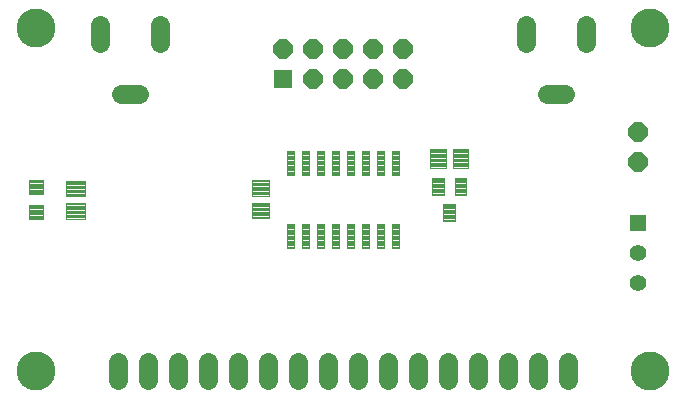
<source format=gts>
G75*
G70*
%OFA0B0*%
%FSLAX24Y24*%
%IPPOS*%
%LPD*%
%AMOC8*
5,1,8,0,0,1.08239X$1,22.5*
%
%ADD10C,0.0041*%
%ADD11C,0.0044*%
%ADD12C,0.0640*%
%ADD13C,0.0042*%
%ADD14OC8,0.0640*%
%ADD15R,0.0640X0.0640*%
%ADD16C,0.0043*%
%ADD17R,0.0555X0.0555*%
%ADD18C,0.0555*%
%ADD19C,0.1300*%
D10*
X005733Y010051D02*
X006205Y010051D01*
X005733Y010051D02*
X005733Y010523D01*
X006205Y010523D01*
X006205Y010051D01*
X006205Y010091D02*
X005733Y010091D01*
X005733Y010131D02*
X006205Y010131D01*
X006205Y010171D02*
X005733Y010171D01*
X005733Y010211D02*
X006205Y010211D01*
X006205Y010251D02*
X005733Y010251D01*
X005733Y010291D02*
X006205Y010291D01*
X006205Y010331D02*
X005733Y010331D01*
X005733Y010371D02*
X006205Y010371D01*
X006205Y010411D02*
X005733Y010411D01*
X005733Y010451D02*
X006205Y010451D01*
X006205Y010491D02*
X005733Y010491D01*
X005733Y010878D02*
X006205Y010878D01*
X005733Y010878D02*
X005733Y011350D01*
X006205Y011350D01*
X006205Y010878D01*
X006205Y010918D02*
X005733Y010918D01*
X005733Y010958D02*
X006205Y010958D01*
X006205Y010998D02*
X005733Y010998D01*
X005733Y011038D02*
X006205Y011038D01*
X006205Y011078D02*
X005733Y011078D01*
X005733Y011118D02*
X006205Y011118D01*
X006205Y011158D02*
X005733Y011158D01*
X005733Y011198D02*
X006205Y011198D01*
X006205Y011238D02*
X005733Y011238D01*
X005733Y011278D02*
X006205Y011278D01*
X006205Y011318D02*
X005733Y011318D01*
D11*
X007597Y011328D02*
X007597Y010820D01*
X006971Y010820D01*
X006971Y011328D01*
X007597Y011328D01*
X007597Y010863D02*
X006971Y010863D01*
X006971Y010906D02*
X007597Y010906D01*
X007597Y010949D02*
X006971Y010949D01*
X006971Y010992D02*
X007597Y010992D01*
X007597Y011035D02*
X006971Y011035D01*
X006971Y011078D02*
X007597Y011078D01*
X007597Y011121D02*
X006971Y011121D01*
X006971Y011164D02*
X007597Y011164D01*
X007597Y011207D02*
X006971Y011207D01*
X006971Y011250D02*
X007597Y011250D01*
X007597Y011293D02*
X006971Y011293D01*
X007597Y010580D02*
X007597Y010072D01*
X006971Y010072D01*
X006971Y010580D01*
X007597Y010580D01*
X007597Y010115D02*
X006971Y010115D01*
X006971Y010158D02*
X007597Y010158D01*
X007597Y010201D02*
X006971Y010201D01*
X006971Y010244D02*
X007597Y010244D01*
X007597Y010287D02*
X006971Y010287D01*
X006971Y010330D02*
X007597Y010330D01*
X007597Y010373D02*
X006971Y010373D01*
X006971Y010416D02*
X007597Y010416D01*
X007597Y010459D02*
X006971Y010459D01*
X006971Y010502D02*
X007597Y010502D01*
X007597Y010545D02*
X006971Y010545D01*
X013162Y010596D02*
X013162Y010088D01*
X013162Y010596D02*
X013748Y010596D01*
X013748Y010088D01*
X013162Y010088D01*
X013162Y010131D02*
X013748Y010131D01*
X013748Y010174D02*
X013162Y010174D01*
X013162Y010217D02*
X013748Y010217D01*
X013748Y010260D02*
X013162Y010260D01*
X013162Y010303D02*
X013748Y010303D01*
X013748Y010346D02*
X013162Y010346D01*
X013162Y010389D02*
X013748Y010389D01*
X013748Y010432D02*
X013162Y010432D01*
X013162Y010475D02*
X013748Y010475D01*
X013748Y010518D02*
X013162Y010518D01*
X013162Y010561D02*
X013748Y010561D01*
X013162Y010836D02*
X013162Y011344D01*
X013748Y011344D01*
X013748Y010836D01*
X013162Y010836D01*
X013162Y010879D02*
X013748Y010879D01*
X013748Y010922D02*
X013162Y010922D01*
X013162Y010965D02*
X013748Y010965D01*
X013748Y011008D02*
X013162Y011008D01*
X013162Y011051D02*
X013748Y011051D01*
X013748Y011094D02*
X013162Y011094D01*
X013162Y011137D02*
X013748Y011137D01*
X013748Y011180D02*
X013162Y011180D01*
X013162Y011223D02*
X013748Y011223D01*
X013748Y011266D02*
X013162Y011266D01*
X013162Y011309D02*
X013748Y011309D01*
X019121Y012391D02*
X019629Y012391D01*
X019629Y011765D01*
X019121Y011765D01*
X019121Y012391D01*
X019121Y011808D02*
X019629Y011808D01*
X019629Y011851D02*
X019121Y011851D01*
X019121Y011894D02*
X019629Y011894D01*
X019629Y011937D02*
X019121Y011937D01*
X019121Y011980D02*
X019629Y011980D01*
X019629Y012023D02*
X019121Y012023D01*
X019121Y012066D02*
X019629Y012066D01*
X019629Y012109D02*
X019121Y012109D01*
X019121Y012152D02*
X019629Y012152D01*
X019629Y012195D02*
X019121Y012195D01*
X019121Y012238D02*
X019629Y012238D01*
X019629Y012281D02*
X019121Y012281D01*
X019121Y012324D02*
X019629Y012324D01*
X019629Y012367D02*
X019121Y012367D01*
X019869Y012391D02*
X020377Y012391D01*
X020377Y011765D01*
X019869Y011765D01*
X019869Y012391D01*
X019869Y011808D02*
X020377Y011808D01*
X020377Y011851D02*
X019869Y011851D01*
X019869Y011894D02*
X020377Y011894D01*
X020377Y011937D02*
X019869Y011937D01*
X019869Y011980D02*
X020377Y011980D01*
X020377Y012023D02*
X019869Y012023D01*
X019869Y012066D02*
X020377Y012066D01*
X020377Y012109D02*
X019869Y012109D01*
X019869Y012152D02*
X020377Y012152D01*
X020377Y012195D02*
X019869Y012195D01*
X019869Y012238D02*
X020377Y012238D01*
X020377Y012281D02*
X019869Y012281D01*
X019869Y012324D02*
X020377Y012324D01*
X020377Y012367D02*
X019869Y012367D01*
D12*
X022992Y014228D02*
X023592Y014228D01*
X024292Y015928D02*
X024292Y016528D01*
X022292Y016528D02*
X022292Y015928D01*
X010119Y015928D02*
X010119Y016528D01*
X008119Y016528D02*
X008119Y015928D01*
X008819Y014228D02*
X009419Y014228D01*
X009705Y005291D02*
X009705Y004691D01*
X008705Y004691D02*
X008705Y005291D01*
X010705Y005291D02*
X010705Y004691D01*
X011705Y004691D02*
X011705Y005291D01*
X012705Y005291D02*
X012705Y004691D01*
X013705Y004691D02*
X013705Y005291D01*
X014705Y005291D02*
X014705Y004691D01*
X015705Y004691D02*
X015705Y005291D01*
X016705Y005291D02*
X016705Y004691D01*
X017705Y004691D02*
X017705Y005291D01*
X018705Y005291D02*
X018705Y004691D01*
X019705Y004691D02*
X019705Y005291D01*
X020705Y005291D02*
X020705Y004691D01*
X021705Y004691D02*
X021705Y005291D01*
X022705Y005291D02*
X022705Y004691D01*
X023705Y004691D02*
X023705Y005291D01*
D13*
X018084Y009091D02*
X017826Y009091D01*
X017826Y009889D01*
X018084Y009889D01*
X018084Y009091D01*
X018084Y009132D02*
X017826Y009132D01*
X017826Y009173D02*
X018084Y009173D01*
X018084Y009214D02*
X017826Y009214D01*
X017826Y009255D02*
X018084Y009255D01*
X018084Y009296D02*
X017826Y009296D01*
X017826Y009337D02*
X018084Y009337D01*
X018084Y009378D02*
X017826Y009378D01*
X017826Y009419D02*
X018084Y009419D01*
X018084Y009460D02*
X017826Y009460D01*
X017826Y009501D02*
X018084Y009501D01*
X018084Y009542D02*
X017826Y009542D01*
X017826Y009583D02*
X018084Y009583D01*
X018084Y009624D02*
X017826Y009624D01*
X017826Y009665D02*
X018084Y009665D01*
X018084Y009706D02*
X017826Y009706D01*
X017826Y009747D02*
X018084Y009747D01*
X018084Y009788D02*
X017826Y009788D01*
X017826Y009829D02*
X018084Y009829D01*
X018084Y009870D02*
X017826Y009870D01*
X017584Y009091D02*
X017326Y009091D01*
X017326Y009889D01*
X017584Y009889D01*
X017584Y009091D01*
X017584Y009132D02*
X017326Y009132D01*
X017326Y009173D02*
X017584Y009173D01*
X017584Y009214D02*
X017326Y009214D01*
X017326Y009255D02*
X017584Y009255D01*
X017584Y009296D02*
X017326Y009296D01*
X017326Y009337D02*
X017584Y009337D01*
X017584Y009378D02*
X017326Y009378D01*
X017326Y009419D02*
X017584Y009419D01*
X017584Y009460D02*
X017326Y009460D01*
X017326Y009501D02*
X017584Y009501D01*
X017584Y009542D02*
X017326Y009542D01*
X017326Y009583D02*
X017584Y009583D01*
X017584Y009624D02*
X017326Y009624D01*
X017326Y009665D02*
X017584Y009665D01*
X017584Y009706D02*
X017326Y009706D01*
X017326Y009747D02*
X017584Y009747D01*
X017584Y009788D02*
X017326Y009788D01*
X017326Y009829D02*
X017584Y009829D01*
X017584Y009870D02*
X017326Y009870D01*
X017084Y009091D02*
X016826Y009091D01*
X016826Y009889D01*
X017084Y009889D01*
X017084Y009091D01*
X017084Y009132D02*
X016826Y009132D01*
X016826Y009173D02*
X017084Y009173D01*
X017084Y009214D02*
X016826Y009214D01*
X016826Y009255D02*
X017084Y009255D01*
X017084Y009296D02*
X016826Y009296D01*
X016826Y009337D02*
X017084Y009337D01*
X017084Y009378D02*
X016826Y009378D01*
X016826Y009419D02*
X017084Y009419D01*
X017084Y009460D02*
X016826Y009460D01*
X016826Y009501D02*
X017084Y009501D01*
X017084Y009542D02*
X016826Y009542D01*
X016826Y009583D02*
X017084Y009583D01*
X017084Y009624D02*
X016826Y009624D01*
X016826Y009665D02*
X017084Y009665D01*
X017084Y009706D02*
X016826Y009706D01*
X016826Y009747D02*
X017084Y009747D01*
X017084Y009788D02*
X016826Y009788D01*
X016826Y009829D02*
X017084Y009829D01*
X017084Y009870D02*
X016826Y009870D01*
X016584Y009091D02*
X016326Y009091D01*
X016326Y009889D01*
X016584Y009889D01*
X016584Y009091D01*
X016584Y009132D02*
X016326Y009132D01*
X016326Y009173D02*
X016584Y009173D01*
X016584Y009214D02*
X016326Y009214D01*
X016326Y009255D02*
X016584Y009255D01*
X016584Y009296D02*
X016326Y009296D01*
X016326Y009337D02*
X016584Y009337D01*
X016584Y009378D02*
X016326Y009378D01*
X016326Y009419D02*
X016584Y009419D01*
X016584Y009460D02*
X016326Y009460D01*
X016326Y009501D02*
X016584Y009501D01*
X016584Y009542D02*
X016326Y009542D01*
X016326Y009583D02*
X016584Y009583D01*
X016584Y009624D02*
X016326Y009624D01*
X016326Y009665D02*
X016584Y009665D01*
X016584Y009706D02*
X016326Y009706D01*
X016326Y009747D02*
X016584Y009747D01*
X016584Y009788D02*
X016326Y009788D01*
X016326Y009829D02*
X016584Y009829D01*
X016584Y009870D02*
X016326Y009870D01*
X016084Y009091D02*
X015826Y009091D01*
X015826Y009889D01*
X016084Y009889D01*
X016084Y009091D01*
X016084Y009132D02*
X015826Y009132D01*
X015826Y009173D02*
X016084Y009173D01*
X016084Y009214D02*
X015826Y009214D01*
X015826Y009255D02*
X016084Y009255D01*
X016084Y009296D02*
X015826Y009296D01*
X015826Y009337D02*
X016084Y009337D01*
X016084Y009378D02*
X015826Y009378D01*
X015826Y009419D02*
X016084Y009419D01*
X016084Y009460D02*
X015826Y009460D01*
X015826Y009501D02*
X016084Y009501D01*
X016084Y009542D02*
X015826Y009542D01*
X015826Y009583D02*
X016084Y009583D01*
X016084Y009624D02*
X015826Y009624D01*
X015826Y009665D02*
X016084Y009665D01*
X016084Y009706D02*
X015826Y009706D01*
X015826Y009747D02*
X016084Y009747D01*
X016084Y009788D02*
X015826Y009788D01*
X015826Y009829D02*
X016084Y009829D01*
X016084Y009870D02*
X015826Y009870D01*
X015584Y009091D02*
X015326Y009091D01*
X015326Y009889D01*
X015584Y009889D01*
X015584Y009091D01*
X015584Y009132D02*
X015326Y009132D01*
X015326Y009173D02*
X015584Y009173D01*
X015584Y009214D02*
X015326Y009214D01*
X015326Y009255D02*
X015584Y009255D01*
X015584Y009296D02*
X015326Y009296D01*
X015326Y009337D02*
X015584Y009337D01*
X015584Y009378D02*
X015326Y009378D01*
X015326Y009419D02*
X015584Y009419D01*
X015584Y009460D02*
X015326Y009460D01*
X015326Y009501D02*
X015584Y009501D01*
X015584Y009542D02*
X015326Y009542D01*
X015326Y009583D02*
X015584Y009583D01*
X015584Y009624D02*
X015326Y009624D01*
X015326Y009665D02*
X015584Y009665D01*
X015584Y009706D02*
X015326Y009706D01*
X015326Y009747D02*
X015584Y009747D01*
X015584Y009788D02*
X015326Y009788D01*
X015326Y009829D02*
X015584Y009829D01*
X015584Y009870D02*
X015326Y009870D01*
X015084Y009091D02*
X014826Y009091D01*
X014826Y009889D01*
X015084Y009889D01*
X015084Y009091D01*
X015084Y009132D02*
X014826Y009132D01*
X014826Y009173D02*
X015084Y009173D01*
X015084Y009214D02*
X014826Y009214D01*
X014826Y009255D02*
X015084Y009255D01*
X015084Y009296D02*
X014826Y009296D01*
X014826Y009337D02*
X015084Y009337D01*
X015084Y009378D02*
X014826Y009378D01*
X014826Y009419D02*
X015084Y009419D01*
X015084Y009460D02*
X014826Y009460D01*
X014826Y009501D02*
X015084Y009501D01*
X015084Y009542D02*
X014826Y009542D01*
X014826Y009583D02*
X015084Y009583D01*
X015084Y009624D02*
X014826Y009624D01*
X014826Y009665D02*
X015084Y009665D01*
X015084Y009706D02*
X014826Y009706D01*
X014826Y009747D02*
X015084Y009747D01*
X015084Y009788D02*
X014826Y009788D01*
X014826Y009829D02*
X015084Y009829D01*
X015084Y009870D02*
X014826Y009870D01*
X014584Y009091D02*
X014326Y009091D01*
X014326Y009889D01*
X014584Y009889D01*
X014584Y009091D01*
X014584Y009132D02*
X014326Y009132D01*
X014326Y009173D02*
X014584Y009173D01*
X014584Y009214D02*
X014326Y009214D01*
X014326Y009255D02*
X014584Y009255D01*
X014584Y009296D02*
X014326Y009296D01*
X014326Y009337D02*
X014584Y009337D01*
X014584Y009378D02*
X014326Y009378D01*
X014326Y009419D02*
X014584Y009419D01*
X014584Y009460D02*
X014326Y009460D01*
X014326Y009501D02*
X014584Y009501D01*
X014584Y009542D02*
X014326Y009542D01*
X014326Y009583D02*
X014584Y009583D01*
X014584Y009624D02*
X014326Y009624D01*
X014326Y009665D02*
X014584Y009665D01*
X014584Y009706D02*
X014326Y009706D01*
X014326Y009747D02*
X014584Y009747D01*
X014584Y009788D02*
X014326Y009788D01*
X014326Y009829D02*
X014584Y009829D01*
X014584Y009870D02*
X014326Y009870D01*
X014326Y011511D02*
X014584Y011511D01*
X014326Y011511D02*
X014326Y012309D01*
X014584Y012309D01*
X014584Y011511D01*
X014584Y011552D02*
X014326Y011552D01*
X014326Y011593D02*
X014584Y011593D01*
X014584Y011634D02*
X014326Y011634D01*
X014326Y011675D02*
X014584Y011675D01*
X014584Y011716D02*
X014326Y011716D01*
X014326Y011757D02*
X014584Y011757D01*
X014584Y011798D02*
X014326Y011798D01*
X014326Y011839D02*
X014584Y011839D01*
X014584Y011880D02*
X014326Y011880D01*
X014326Y011921D02*
X014584Y011921D01*
X014584Y011962D02*
X014326Y011962D01*
X014326Y012003D02*
X014584Y012003D01*
X014584Y012044D02*
X014326Y012044D01*
X014326Y012085D02*
X014584Y012085D01*
X014584Y012126D02*
X014326Y012126D01*
X014326Y012167D02*
X014584Y012167D01*
X014584Y012208D02*
X014326Y012208D01*
X014326Y012249D02*
X014584Y012249D01*
X014584Y012290D02*
X014326Y012290D01*
X014826Y011511D02*
X015084Y011511D01*
X014826Y011511D02*
X014826Y012309D01*
X015084Y012309D01*
X015084Y011511D01*
X015084Y011552D02*
X014826Y011552D01*
X014826Y011593D02*
X015084Y011593D01*
X015084Y011634D02*
X014826Y011634D01*
X014826Y011675D02*
X015084Y011675D01*
X015084Y011716D02*
X014826Y011716D01*
X014826Y011757D02*
X015084Y011757D01*
X015084Y011798D02*
X014826Y011798D01*
X014826Y011839D02*
X015084Y011839D01*
X015084Y011880D02*
X014826Y011880D01*
X014826Y011921D02*
X015084Y011921D01*
X015084Y011962D02*
X014826Y011962D01*
X014826Y012003D02*
X015084Y012003D01*
X015084Y012044D02*
X014826Y012044D01*
X014826Y012085D02*
X015084Y012085D01*
X015084Y012126D02*
X014826Y012126D01*
X014826Y012167D02*
X015084Y012167D01*
X015084Y012208D02*
X014826Y012208D01*
X014826Y012249D02*
X015084Y012249D01*
X015084Y012290D02*
X014826Y012290D01*
X015326Y011511D02*
X015584Y011511D01*
X015326Y011511D02*
X015326Y012309D01*
X015584Y012309D01*
X015584Y011511D01*
X015584Y011552D02*
X015326Y011552D01*
X015326Y011593D02*
X015584Y011593D01*
X015584Y011634D02*
X015326Y011634D01*
X015326Y011675D02*
X015584Y011675D01*
X015584Y011716D02*
X015326Y011716D01*
X015326Y011757D02*
X015584Y011757D01*
X015584Y011798D02*
X015326Y011798D01*
X015326Y011839D02*
X015584Y011839D01*
X015584Y011880D02*
X015326Y011880D01*
X015326Y011921D02*
X015584Y011921D01*
X015584Y011962D02*
X015326Y011962D01*
X015326Y012003D02*
X015584Y012003D01*
X015584Y012044D02*
X015326Y012044D01*
X015326Y012085D02*
X015584Y012085D01*
X015584Y012126D02*
X015326Y012126D01*
X015326Y012167D02*
X015584Y012167D01*
X015584Y012208D02*
X015326Y012208D01*
X015326Y012249D02*
X015584Y012249D01*
X015584Y012290D02*
X015326Y012290D01*
X015826Y011511D02*
X016084Y011511D01*
X015826Y011511D02*
X015826Y012309D01*
X016084Y012309D01*
X016084Y011511D01*
X016084Y011552D02*
X015826Y011552D01*
X015826Y011593D02*
X016084Y011593D01*
X016084Y011634D02*
X015826Y011634D01*
X015826Y011675D02*
X016084Y011675D01*
X016084Y011716D02*
X015826Y011716D01*
X015826Y011757D02*
X016084Y011757D01*
X016084Y011798D02*
X015826Y011798D01*
X015826Y011839D02*
X016084Y011839D01*
X016084Y011880D02*
X015826Y011880D01*
X015826Y011921D02*
X016084Y011921D01*
X016084Y011962D02*
X015826Y011962D01*
X015826Y012003D02*
X016084Y012003D01*
X016084Y012044D02*
X015826Y012044D01*
X015826Y012085D02*
X016084Y012085D01*
X016084Y012126D02*
X015826Y012126D01*
X015826Y012167D02*
X016084Y012167D01*
X016084Y012208D02*
X015826Y012208D01*
X015826Y012249D02*
X016084Y012249D01*
X016084Y012290D02*
X015826Y012290D01*
X016326Y011511D02*
X016584Y011511D01*
X016326Y011511D02*
X016326Y012309D01*
X016584Y012309D01*
X016584Y011511D01*
X016584Y011552D02*
X016326Y011552D01*
X016326Y011593D02*
X016584Y011593D01*
X016584Y011634D02*
X016326Y011634D01*
X016326Y011675D02*
X016584Y011675D01*
X016584Y011716D02*
X016326Y011716D01*
X016326Y011757D02*
X016584Y011757D01*
X016584Y011798D02*
X016326Y011798D01*
X016326Y011839D02*
X016584Y011839D01*
X016584Y011880D02*
X016326Y011880D01*
X016326Y011921D02*
X016584Y011921D01*
X016584Y011962D02*
X016326Y011962D01*
X016326Y012003D02*
X016584Y012003D01*
X016584Y012044D02*
X016326Y012044D01*
X016326Y012085D02*
X016584Y012085D01*
X016584Y012126D02*
X016326Y012126D01*
X016326Y012167D02*
X016584Y012167D01*
X016584Y012208D02*
X016326Y012208D01*
X016326Y012249D02*
X016584Y012249D01*
X016584Y012290D02*
X016326Y012290D01*
X016826Y011511D02*
X017084Y011511D01*
X016826Y011511D02*
X016826Y012309D01*
X017084Y012309D01*
X017084Y011511D01*
X017084Y011552D02*
X016826Y011552D01*
X016826Y011593D02*
X017084Y011593D01*
X017084Y011634D02*
X016826Y011634D01*
X016826Y011675D02*
X017084Y011675D01*
X017084Y011716D02*
X016826Y011716D01*
X016826Y011757D02*
X017084Y011757D01*
X017084Y011798D02*
X016826Y011798D01*
X016826Y011839D02*
X017084Y011839D01*
X017084Y011880D02*
X016826Y011880D01*
X016826Y011921D02*
X017084Y011921D01*
X017084Y011962D02*
X016826Y011962D01*
X016826Y012003D02*
X017084Y012003D01*
X017084Y012044D02*
X016826Y012044D01*
X016826Y012085D02*
X017084Y012085D01*
X017084Y012126D02*
X016826Y012126D01*
X016826Y012167D02*
X017084Y012167D01*
X017084Y012208D02*
X016826Y012208D01*
X016826Y012249D02*
X017084Y012249D01*
X017084Y012290D02*
X016826Y012290D01*
X017326Y011511D02*
X017584Y011511D01*
X017326Y011511D02*
X017326Y012309D01*
X017584Y012309D01*
X017584Y011511D01*
X017584Y011552D02*
X017326Y011552D01*
X017326Y011593D02*
X017584Y011593D01*
X017584Y011634D02*
X017326Y011634D01*
X017326Y011675D02*
X017584Y011675D01*
X017584Y011716D02*
X017326Y011716D01*
X017326Y011757D02*
X017584Y011757D01*
X017584Y011798D02*
X017326Y011798D01*
X017326Y011839D02*
X017584Y011839D01*
X017584Y011880D02*
X017326Y011880D01*
X017326Y011921D02*
X017584Y011921D01*
X017584Y011962D02*
X017326Y011962D01*
X017326Y012003D02*
X017584Y012003D01*
X017584Y012044D02*
X017326Y012044D01*
X017326Y012085D02*
X017584Y012085D01*
X017584Y012126D02*
X017326Y012126D01*
X017326Y012167D02*
X017584Y012167D01*
X017584Y012208D02*
X017326Y012208D01*
X017326Y012249D02*
X017584Y012249D01*
X017584Y012290D02*
X017326Y012290D01*
X017826Y011511D02*
X018084Y011511D01*
X017826Y011511D02*
X017826Y012309D01*
X018084Y012309D01*
X018084Y011511D01*
X018084Y011552D02*
X017826Y011552D01*
X017826Y011593D02*
X018084Y011593D01*
X018084Y011634D02*
X017826Y011634D01*
X017826Y011675D02*
X018084Y011675D01*
X018084Y011716D02*
X017826Y011716D01*
X017826Y011757D02*
X018084Y011757D01*
X018084Y011798D02*
X017826Y011798D01*
X017826Y011839D02*
X018084Y011839D01*
X018084Y011880D02*
X017826Y011880D01*
X017826Y011921D02*
X018084Y011921D01*
X018084Y011962D02*
X017826Y011962D01*
X017826Y012003D02*
X018084Y012003D01*
X018084Y012044D02*
X017826Y012044D01*
X017826Y012085D02*
X018084Y012085D01*
X018084Y012126D02*
X017826Y012126D01*
X017826Y012167D02*
X018084Y012167D01*
X018084Y012208D02*
X017826Y012208D01*
X017826Y012249D02*
X018084Y012249D01*
X018084Y012290D02*
X017826Y012290D01*
D14*
X018205Y014728D03*
X017205Y014728D03*
X016205Y014728D03*
X015205Y014728D03*
X015205Y015728D03*
X016205Y015728D03*
X017205Y015728D03*
X018205Y015728D03*
X014205Y015728D03*
X026048Y012972D03*
X026048Y011972D03*
D15*
X014205Y014728D03*
D16*
X019179Y011407D02*
X019571Y011407D01*
X019571Y010859D01*
X019179Y010859D01*
X019179Y011407D01*
X019179Y010901D02*
X019571Y010901D01*
X019571Y010943D02*
X019179Y010943D01*
X019179Y010985D02*
X019571Y010985D01*
X019571Y011027D02*
X019179Y011027D01*
X019179Y011069D02*
X019571Y011069D01*
X019571Y011111D02*
X019179Y011111D01*
X019179Y011153D02*
X019571Y011153D01*
X019571Y011195D02*
X019179Y011195D01*
X019179Y011237D02*
X019571Y011237D01*
X019571Y011279D02*
X019179Y011279D01*
X019179Y011321D02*
X019571Y011321D01*
X019571Y011363D02*
X019179Y011363D01*
X019179Y011405D02*
X019571Y011405D01*
X019927Y011407D02*
X020319Y011407D01*
X020319Y010859D01*
X019927Y010859D01*
X019927Y011407D01*
X019927Y010901D02*
X020319Y010901D01*
X020319Y010943D02*
X019927Y010943D01*
X019927Y010985D02*
X020319Y010985D01*
X020319Y011027D02*
X019927Y011027D01*
X019927Y011069D02*
X020319Y011069D01*
X020319Y011111D02*
X019927Y011111D01*
X019927Y011153D02*
X020319Y011153D01*
X020319Y011195D02*
X019927Y011195D01*
X019927Y011237D02*
X020319Y011237D01*
X020319Y011279D02*
X019927Y011279D01*
X019927Y011321D02*
X020319Y011321D01*
X020319Y011363D02*
X019927Y011363D01*
X019927Y011405D02*
X020319Y011405D01*
X019945Y010541D02*
X019553Y010541D01*
X019945Y010541D02*
X019945Y009993D01*
X019553Y009993D01*
X019553Y010541D01*
X019553Y010035D02*
X019945Y010035D01*
X019945Y010077D02*
X019553Y010077D01*
X019553Y010119D02*
X019945Y010119D01*
X019945Y010161D02*
X019553Y010161D01*
X019553Y010203D02*
X019945Y010203D01*
X019945Y010245D02*
X019553Y010245D01*
X019553Y010287D02*
X019945Y010287D01*
X019945Y010329D02*
X019553Y010329D01*
X019553Y010371D02*
X019945Y010371D01*
X019945Y010413D02*
X019553Y010413D01*
X019553Y010455D02*
X019945Y010455D01*
X019945Y010497D02*
X019553Y010497D01*
X019553Y010539D02*
X019945Y010539D01*
D17*
X026048Y009929D03*
D18*
X026048Y008929D03*
X026048Y007929D03*
D19*
X005969Y004991D03*
X005969Y016409D03*
X026442Y016409D03*
X026442Y004991D03*
M02*

</source>
